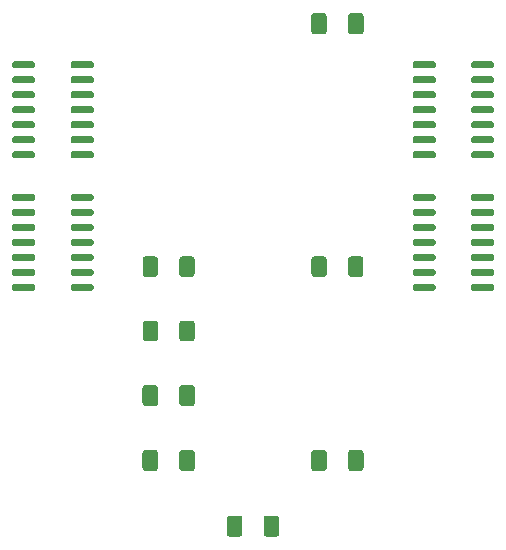
<source format=gbr>
%TF.GenerationSoftware,KiCad,Pcbnew,(5.1.7)-1*%
%TF.CreationDate,2021-11-02T09:12:16-05:00*%
%TF.ProjectId,Wisconsin Oscillator,57697363-6f6e-4736-996e-204f7363696c,rev?*%
%TF.SameCoordinates,Original*%
%TF.FileFunction,Paste,Top*%
%TF.FilePolarity,Positive*%
%FSLAX46Y46*%
G04 Gerber Fmt 4.6, Leading zero omitted, Abs format (unit mm)*
G04 Created by KiCad (PCBNEW (5.1.7)-1) date 2021-11-02 09:12:16*
%MOMM*%
%LPD*%
G01*
G04 APERTURE LIST*
G04 APERTURE END LIST*
%TO.C,U4*%
G36*
G01*
X191238000Y-81030000D02*
X191238000Y-80730000D01*
G75*
G02*
X191388000Y-80580000I150000J0D01*
G01*
X193038000Y-80580000D01*
G75*
G02*
X193188000Y-80730000I0J-150000D01*
G01*
X193188000Y-81030000D01*
G75*
G02*
X193038000Y-81180000I-150000J0D01*
G01*
X191388000Y-81180000D01*
G75*
G02*
X191238000Y-81030000I0J150000D01*
G01*
G37*
G36*
G01*
X191238000Y-82300000D02*
X191238000Y-82000000D01*
G75*
G02*
X191388000Y-81850000I150000J0D01*
G01*
X193038000Y-81850000D01*
G75*
G02*
X193188000Y-82000000I0J-150000D01*
G01*
X193188000Y-82300000D01*
G75*
G02*
X193038000Y-82450000I-150000J0D01*
G01*
X191388000Y-82450000D01*
G75*
G02*
X191238000Y-82300000I0J150000D01*
G01*
G37*
G36*
G01*
X191238000Y-83570000D02*
X191238000Y-83270000D01*
G75*
G02*
X191388000Y-83120000I150000J0D01*
G01*
X193038000Y-83120000D01*
G75*
G02*
X193188000Y-83270000I0J-150000D01*
G01*
X193188000Y-83570000D01*
G75*
G02*
X193038000Y-83720000I-150000J0D01*
G01*
X191388000Y-83720000D01*
G75*
G02*
X191238000Y-83570000I0J150000D01*
G01*
G37*
G36*
G01*
X191238000Y-84840000D02*
X191238000Y-84540000D01*
G75*
G02*
X191388000Y-84390000I150000J0D01*
G01*
X193038000Y-84390000D01*
G75*
G02*
X193188000Y-84540000I0J-150000D01*
G01*
X193188000Y-84840000D01*
G75*
G02*
X193038000Y-84990000I-150000J0D01*
G01*
X191388000Y-84990000D01*
G75*
G02*
X191238000Y-84840000I0J150000D01*
G01*
G37*
G36*
G01*
X191238000Y-86110000D02*
X191238000Y-85810000D01*
G75*
G02*
X191388000Y-85660000I150000J0D01*
G01*
X193038000Y-85660000D01*
G75*
G02*
X193188000Y-85810000I0J-150000D01*
G01*
X193188000Y-86110000D01*
G75*
G02*
X193038000Y-86260000I-150000J0D01*
G01*
X191388000Y-86260000D01*
G75*
G02*
X191238000Y-86110000I0J150000D01*
G01*
G37*
G36*
G01*
X191238000Y-87380000D02*
X191238000Y-87080000D01*
G75*
G02*
X191388000Y-86930000I150000J0D01*
G01*
X193038000Y-86930000D01*
G75*
G02*
X193188000Y-87080000I0J-150000D01*
G01*
X193188000Y-87380000D01*
G75*
G02*
X193038000Y-87530000I-150000J0D01*
G01*
X191388000Y-87530000D01*
G75*
G02*
X191238000Y-87380000I0J150000D01*
G01*
G37*
G36*
G01*
X191238000Y-88650000D02*
X191238000Y-88350000D01*
G75*
G02*
X191388000Y-88200000I150000J0D01*
G01*
X193038000Y-88200000D01*
G75*
G02*
X193188000Y-88350000I0J-150000D01*
G01*
X193188000Y-88650000D01*
G75*
G02*
X193038000Y-88800000I-150000J0D01*
G01*
X191388000Y-88800000D01*
G75*
G02*
X191238000Y-88650000I0J150000D01*
G01*
G37*
G36*
G01*
X186288000Y-88650000D02*
X186288000Y-88350000D01*
G75*
G02*
X186438000Y-88200000I150000J0D01*
G01*
X188088000Y-88200000D01*
G75*
G02*
X188238000Y-88350000I0J-150000D01*
G01*
X188238000Y-88650000D01*
G75*
G02*
X188088000Y-88800000I-150000J0D01*
G01*
X186438000Y-88800000D01*
G75*
G02*
X186288000Y-88650000I0J150000D01*
G01*
G37*
G36*
G01*
X186288000Y-87380000D02*
X186288000Y-87080000D01*
G75*
G02*
X186438000Y-86930000I150000J0D01*
G01*
X188088000Y-86930000D01*
G75*
G02*
X188238000Y-87080000I0J-150000D01*
G01*
X188238000Y-87380000D01*
G75*
G02*
X188088000Y-87530000I-150000J0D01*
G01*
X186438000Y-87530000D01*
G75*
G02*
X186288000Y-87380000I0J150000D01*
G01*
G37*
G36*
G01*
X186288000Y-86110000D02*
X186288000Y-85810000D01*
G75*
G02*
X186438000Y-85660000I150000J0D01*
G01*
X188088000Y-85660000D01*
G75*
G02*
X188238000Y-85810000I0J-150000D01*
G01*
X188238000Y-86110000D01*
G75*
G02*
X188088000Y-86260000I-150000J0D01*
G01*
X186438000Y-86260000D01*
G75*
G02*
X186288000Y-86110000I0J150000D01*
G01*
G37*
G36*
G01*
X186288000Y-84840000D02*
X186288000Y-84540000D01*
G75*
G02*
X186438000Y-84390000I150000J0D01*
G01*
X188088000Y-84390000D01*
G75*
G02*
X188238000Y-84540000I0J-150000D01*
G01*
X188238000Y-84840000D01*
G75*
G02*
X188088000Y-84990000I-150000J0D01*
G01*
X186438000Y-84990000D01*
G75*
G02*
X186288000Y-84840000I0J150000D01*
G01*
G37*
G36*
G01*
X186288000Y-83570000D02*
X186288000Y-83270000D01*
G75*
G02*
X186438000Y-83120000I150000J0D01*
G01*
X188088000Y-83120000D01*
G75*
G02*
X188238000Y-83270000I0J-150000D01*
G01*
X188238000Y-83570000D01*
G75*
G02*
X188088000Y-83720000I-150000J0D01*
G01*
X186438000Y-83720000D01*
G75*
G02*
X186288000Y-83570000I0J150000D01*
G01*
G37*
G36*
G01*
X186288000Y-82300000D02*
X186288000Y-82000000D01*
G75*
G02*
X186438000Y-81850000I150000J0D01*
G01*
X188088000Y-81850000D01*
G75*
G02*
X188238000Y-82000000I0J-150000D01*
G01*
X188238000Y-82300000D01*
G75*
G02*
X188088000Y-82450000I-150000J0D01*
G01*
X186438000Y-82450000D01*
G75*
G02*
X186288000Y-82300000I0J150000D01*
G01*
G37*
G36*
G01*
X186288000Y-81030000D02*
X186288000Y-80730000D01*
G75*
G02*
X186438000Y-80580000I150000J0D01*
G01*
X188088000Y-80580000D01*
G75*
G02*
X188238000Y-80730000I0J-150000D01*
G01*
X188238000Y-81030000D01*
G75*
G02*
X188088000Y-81180000I-150000J0D01*
G01*
X186438000Y-81180000D01*
G75*
G02*
X186288000Y-81030000I0J150000D01*
G01*
G37*
%TD*%
%TO.C,U3*%
G36*
G01*
X191238000Y-69804000D02*
X191238000Y-69504000D01*
G75*
G02*
X191388000Y-69354000I150000J0D01*
G01*
X193038000Y-69354000D01*
G75*
G02*
X193188000Y-69504000I0J-150000D01*
G01*
X193188000Y-69804000D01*
G75*
G02*
X193038000Y-69954000I-150000J0D01*
G01*
X191388000Y-69954000D01*
G75*
G02*
X191238000Y-69804000I0J150000D01*
G01*
G37*
G36*
G01*
X191238000Y-71074000D02*
X191238000Y-70774000D01*
G75*
G02*
X191388000Y-70624000I150000J0D01*
G01*
X193038000Y-70624000D01*
G75*
G02*
X193188000Y-70774000I0J-150000D01*
G01*
X193188000Y-71074000D01*
G75*
G02*
X193038000Y-71224000I-150000J0D01*
G01*
X191388000Y-71224000D01*
G75*
G02*
X191238000Y-71074000I0J150000D01*
G01*
G37*
G36*
G01*
X191238000Y-72344000D02*
X191238000Y-72044000D01*
G75*
G02*
X191388000Y-71894000I150000J0D01*
G01*
X193038000Y-71894000D01*
G75*
G02*
X193188000Y-72044000I0J-150000D01*
G01*
X193188000Y-72344000D01*
G75*
G02*
X193038000Y-72494000I-150000J0D01*
G01*
X191388000Y-72494000D01*
G75*
G02*
X191238000Y-72344000I0J150000D01*
G01*
G37*
G36*
G01*
X191238000Y-73614000D02*
X191238000Y-73314000D01*
G75*
G02*
X191388000Y-73164000I150000J0D01*
G01*
X193038000Y-73164000D01*
G75*
G02*
X193188000Y-73314000I0J-150000D01*
G01*
X193188000Y-73614000D01*
G75*
G02*
X193038000Y-73764000I-150000J0D01*
G01*
X191388000Y-73764000D01*
G75*
G02*
X191238000Y-73614000I0J150000D01*
G01*
G37*
G36*
G01*
X191238000Y-74884000D02*
X191238000Y-74584000D01*
G75*
G02*
X191388000Y-74434000I150000J0D01*
G01*
X193038000Y-74434000D01*
G75*
G02*
X193188000Y-74584000I0J-150000D01*
G01*
X193188000Y-74884000D01*
G75*
G02*
X193038000Y-75034000I-150000J0D01*
G01*
X191388000Y-75034000D01*
G75*
G02*
X191238000Y-74884000I0J150000D01*
G01*
G37*
G36*
G01*
X191238000Y-76154000D02*
X191238000Y-75854000D01*
G75*
G02*
X191388000Y-75704000I150000J0D01*
G01*
X193038000Y-75704000D01*
G75*
G02*
X193188000Y-75854000I0J-150000D01*
G01*
X193188000Y-76154000D01*
G75*
G02*
X193038000Y-76304000I-150000J0D01*
G01*
X191388000Y-76304000D01*
G75*
G02*
X191238000Y-76154000I0J150000D01*
G01*
G37*
G36*
G01*
X191238000Y-77424000D02*
X191238000Y-77124000D01*
G75*
G02*
X191388000Y-76974000I150000J0D01*
G01*
X193038000Y-76974000D01*
G75*
G02*
X193188000Y-77124000I0J-150000D01*
G01*
X193188000Y-77424000D01*
G75*
G02*
X193038000Y-77574000I-150000J0D01*
G01*
X191388000Y-77574000D01*
G75*
G02*
X191238000Y-77424000I0J150000D01*
G01*
G37*
G36*
G01*
X186288000Y-77424000D02*
X186288000Y-77124000D01*
G75*
G02*
X186438000Y-76974000I150000J0D01*
G01*
X188088000Y-76974000D01*
G75*
G02*
X188238000Y-77124000I0J-150000D01*
G01*
X188238000Y-77424000D01*
G75*
G02*
X188088000Y-77574000I-150000J0D01*
G01*
X186438000Y-77574000D01*
G75*
G02*
X186288000Y-77424000I0J150000D01*
G01*
G37*
G36*
G01*
X186288000Y-76154000D02*
X186288000Y-75854000D01*
G75*
G02*
X186438000Y-75704000I150000J0D01*
G01*
X188088000Y-75704000D01*
G75*
G02*
X188238000Y-75854000I0J-150000D01*
G01*
X188238000Y-76154000D01*
G75*
G02*
X188088000Y-76304000I-150000J0D01*
G01*
X186438000Y-76304000D01*
G75*
G02*
X186288000Y-76154000I0J150000D01*
G01*
G37*
G36*
G01*
X186288000Y-74884000D02*
X186288000Y-74584000D01*
G75*
G02*
X186438000Y-74434000I150000J0D01*
G01*
X188088000Y-74434000D01*
G75*
G02*
X188238000Y-74584000I0J-150000D01*
G01*
X188238000Y-74884000D01*
G75*
G02*
X188088000Y-75034000I-150000J0D01*
G01*
X186438000Y-75034000D01*
G75*
G02*
X186288000Y-74884000I0J150000D01*
G01*
G37*
G36*
G01*
X186288000Y-73614000D02*
X186288000Y-73314000D01*
G75*
G02*
X186438000Y-73164000I150000J0D01*
G01*
X188088000Y-73164000D01*
G75*
G02*
X188238000Y-73314000I0J-150000D01*
G01*
X188238000Y-73614000D01*
G75*
G02*
X188088000Y-73764000I-150000J0D01*
G01*
X186438000Y-73764000D01*
G75*
G02*
X186288000Y-73614000I0J150000D01*
G01*
G37*
G36*
G01*
X186288000Y-72344000D02*
X186288000Y-72044000D01*
G75*
G02*
X186438000Y-71894000I150000J0D01*
G01*
X188088000Y-71894000D01*
G75*
G02*
X188238000Y-72044000I0J-150000D01*
G01*
X188238000Y-72344000D01*
G75*
G02*
X188088000Y-72494000I-150000J0D01*
G01*
X186438000Y-72494000D01*
G75*
G02*
X186288000Y-72344000I0J150000D01*
G01*
G37*
G36*
G01*
X186288000Y-71074000D02*
X186288000Y-70774000D01*
G75*
G02*
X186438000Y-70624000I150000J0D01*
G01*
X188088000Y-70624000D01*
G75*
G02*
X188238000Y-70774000I0J-150000D01*
G01*
X188238000Y-71074000D01*
G75*
G02*
X188088000Y-71224000I-150000J0D01*
G01*
X186438000Y-71224000D01*
G75*
G02*
X186288000Y-71074000I0J150000D01*
G01*
G37*
G36*
G01*
X186288000Y-69804000D02*
X186288000Y-69504000D01*
G75*
G02*
X186438000Y-69354000I150000J0D01*
G01*
X188088000Y-69354000D01*
G75*
G02*
X188238000Y-69504000I0J-150000D01*
G01*
X188238000Y-69804000D01*
G75*
G02*
X188088000Y-69954000I-150000J0D01*
G01*
X186438000Y-69954000D01*
G75*
G02*
X186288000Y-69804000I0J150000D01*
G01*
G37*
%TD*%
%TO.C,U2*%
G36*
G01*
X157323000Y-81030000D02*
X157323000Y-80730000D01*
G75*
G02*
X157473000Y-80580000I150000J0D01*
G01*
X159123000Y-80580000D01*
G75*
G02*
X159273000Y-80730000I0J-150000D01*
G01*
X159273000Y-81030000D01*
G75*
G02*
X159123000Y-81180000I-150000J0D01*
G01*
X157473000Y-81180000D01*
G75*
G02*
X157323000Y-81030000I0J150000D01*
G01*
G37*
G36*
G01*
X157323000Y-82300000D02*
X157323000Y-82000000D01*
G75*
G02*
X157473000Y-81850000I150000J0D01*
G01*
X159123000Y-81850000D01*
G75*
G02*
X159273000Y-82000000I0J-150000D01*
G01*
X159273000Y-82300000D01*
G75*
G02*
X159123000Y-82450000I-150000J0D01*
G01*
X157473000Y-82450000D01*
G75*
G02*
X157323000Y-82300000I0J150000D01*
G01*
G37*
G36*
G01*
X157323000Y-83570000D02*
X157323000Y-83270000D01*
G75*
G02*
X157473000Y-83120000I150000J0D01*
G01*
X159123000Y-83120000D01*
G75*
G02*
X159273000Y-83270000I0J-150000D01*
G01*
X159273000Y-83570000D01*
G75*
G02*
X159123000Y-83720000I-150000J0D01*
G01*
X157473000Y-83720000D01*
G75*
G02*
X157323000Y-83570000I0J150000D01*
G01*
G37*
G36*
G01*
X157323000Y-84840000D02*
X157323000Y-84540000D01*
G75*
G02*
X157473000Y-84390000I150000J0D01*
G01*
X159123000Y-84390000D01*
G75*
G02*
X159273000Y-84540000I0J-150000D01*
G01*
X159273000Y-84840000D01*
G75*
G02*
X159123000Y-84990000I-150000J0D01*
G01*
X157473000Y-84990000D01*
G75*
G02*
X157323000Y-84840000I0J150000D01*
G01*
G37*
G36*
G01*
X157323000Y-86110000D02*
X157323000Y-85810000D01*
G75*
G02*
X157473000Y-85660000I150000J0D01*
G01*
X159123000Y-85660000D01*
G75*
G02*
X159273000Y-85810000I0J-150000D01*
G01*
X159273000Y-86110000D01*
G75*
G02*
X159123000Y-86260000I-150000J0D01*
G01*
X157473000Y-86260000D01*
G75*
G02*
X157323000Y-86110000I0J150000D01*
G01*
G37*
G36*
G01*
X157323000Y-87380000D02*
X157323000Y-87080000D01*
G75*
G02*
X157473000Y-86930000I150000J0D01*
G01*
X159123000Y-86930000D01*
G75*
G02*
X159273000Y-87080000I0J-150000D01*
G01*
X159273000Y-87380000D01*
G75*
G02*
X159123000Y-87530000I-150000J0D01*
G01*
X157473000Y-87530000D01*
G75*
G02*
X157323000Y-87380000I0J150000D01*
G01*
G37*
G36*
G01*
X157323000Y-88650000D02*
X157323000Y-88350000D01*
G75*
G02*
X157473000Y-88200000I150000J0D01*
G01*
X159123000Y-88200000D01*
G75*
G02*
X159273000Y-88350000I0J-150000D01*
G01*
X159273000Y-88650000D01*
G75*
G02*
X159123000Y-88800000I-150000J0D01*
G01*
X157473000Y-88800000D01*
G75*
G02*
X157323000Y-88650000I0J150000D01*
G01*
G37*
G36*
G01*
X152373000Y-88650000D02*
X152373000Y-88350000D01*
G75*
G02*
X152523000Y-88200000I150000J0D01*
G01*
X154173000Y-88200000D01*
G75*
G02*
X154323000Y-88350000I0J-150000D01*
G01*
X154323000Y-88650000D01*
G75*
G02*
X154173000Y-88800000I-150000J0D01*
G01*
X152523000Y-88800000D01*
G75*
G02*
X152373000Y-88650000I0J150000D01*
G01*
G37*
G36*
G01*
X152373000Y-87380000D02*
X152373000Y-87080000D01*
G75*
G02*
X152523000Y-86930000I150000J0D01*
G01*
X154173000Y-86930000D01*
G75*
G02*
X154323000Y-87080000I0J-150000D01*
G01*
X154323000Y-87380000D01*
G75*
G02*
X154173000Y-87530000I-150000J0D01*
G01*
X152523000Y-87530000D01*
G75*
G02*
X152373000Y-87380000I0J150000D01*
G01*
G37*
G36*
G01*
X152373000Y-86110000D02*
X152373000Y-85810000D01*
G75*
G02*
X152523000Y-85660000I150000J0D01*
G01*
X154173000Y-85660000D01*
G75*
G02*
X154323000Y-85810000I0J-150000D01*
G01*
X154323000Y-86110000D01*
G75*
G02*
X154173000Y-86260000I-150000J0D01*
G01*
X152523000Y-86260000D01*
G75*
G02*
X152373000Y-86110000I0J150000D01*
G01*
G37*
G36*
G01*
X152373000Y-84840000D02*
X152373000Y-84540000D01*
G75*
G02*
X152523000Y-84390000I150000J0D01*
G01*
X154173000Y-84390000D01*
G75*
G02*
X154323000Y-84540000I0J-150000D01*
G01*
X154323000Y-84840000D01*
G75*
G02*
X154173000Y-84990000I-150000J0D01*
G01*
X152523000Y-84990000D01*
G75*
G02*
X152373000Y-84840000I0J150000D01*
G01*
G37*
G36*
G01*
X152373000Y-83570000D02*
X152373000Y-83270000D01*
G75*
G02*
X152523000Y-83120000I150000J0D01*
G01*
X154173000Y-83120000D01*
G75*
G02*
X154323000Y-83270000I0J-150000D01*
G01*
X154323000Y-83570000D01*
G75*
G02*
X154173000Y-83720000I-150000J0D01*
G01*
X152523000Y-83720000D01*
G75*
G02*
X152373000Y-83570000I0J150000D01*
G01*
G37*
G36*
G01*
X152373000Y-82300000D02*
X152373000Y-82000000D01*
G75*
G02*
X152523000Y-81850000I150000J0D01*
G01*
X154173000Y-81850000D01*
G75*
G02*
X154323000Y-82000000I0J-150000D01*
G01*
X154323000Y-82300000D01*
G75*
G02*
X154173000Y-82450000I-150000J0D01*
G01*
X152523000Y-82450000D01*
G75*
G02*
X152373000Y-82300000I0J150000D01*
G01*
G37*
G36*
G01*
X152373000Y-81030000D02*
X152373000Y-80730000D01*
G75*
G02*
X152523000Y-80580000I150000J0D01*
G01*
X154173000Y-80580000D01*
G75*
G02*
X154323000Y-80730000I0J-150000D01*
G01*
X154323000Y-81030000D01*
G75*
G02*
X154173000Y-81180000I-150000J0D01*
G01*
X152523000Y-81180000D01*
G75*
G02*
X152373000Y-81030000I0J150000D01*
G01*
G37*
%TD*%
%TO.C,U1*%
G36*
G01*
X157323000Y-69804000D02*
X157323000Y-69504000D01*
G75*
G02*
X157473000Y-69354000I150000J0D01*
G01*
X159123000Y-69354000D01*
G75*
G02*
X159273000Y-69504000I0J-150000D01*
G01*
X159273000Y-69804000D01*
G75*
G02*
X159123000Y-69954000I-150000J0D01*
G01*
X157473000Y-69954000D01*
G75*
G02*
X157323000Y-69804000I0J150000D01*
G01*
G37*
G36*
G01*
X157323000Y-71074000D02*
X157323000Y-70774000D01*
G75*
G02*
X157473000Y-70624000I150000J0D01*
G01*
X159123000Y-70624000D01*
G75*
G02*
X159273000Y-70774000I0J-150000D01*
G01*
X159273000Y-71074000D01*
G75*
G02*
X159123000Y-71224000I-150000J0D01*
G01*
X157473000Y-71224000D01*
G75*
G02*
X157323000Y-71074000I0J150000D01*
G01*
G37*
G36*
G01*
X157323000Y-72344000D02*
X157323000Y-72044000D01*
G75*
G02*
X157473000Y-71894000I150000J0D01*
G01*
X159123000Y-71894000D01*
G75*
G02*
X159273000Y-72044000I0J-150000D01*
G01*
X159273000Y-72344000D01*
G75*
G02*
X159123000Y-72494000I-150000J0D01*
G01*
X157473000Y-72494000D01*
G75*
G02*
X157323000Y-72344000I0J150000D01*
G01*
G37*
G36*
G01*
X157323000Y-73614000D02*
X157323000Y-73314000D01*
G75*
G02*
X157473000Y-73164000I150000J0D01*
G01*
X159123000Y-73164000D01*
G75*
G02*
X159273000Y-73314000I0J-150000D01*
G01*
X159273000Y-73614000D01*
G75*
G02*
X159123000Y-73764000I-150000J0D01*
G01*
X157473000Y-73764000D01*
G75*
G02*
X157323000Y-73614000I0J150000D01*
G01*
G37*
G36*
G01*
X157323000Y-74884000D02*
X157323000Y-74584000D01*
G75*
G02*
X157473000Y-74434000I150000J0D01*
G01*
X159123000Y-74434000D01*
G75*
G02*
X159273000Y-74584000I0J-150000D01*
G01*
X159273000Y-74884000D01*
G75*
G02*
X159123000Y-75034000I-150000J0D01*
G01*
X157473000Y-75034000D01*
G75*
G02*
X157323000Y-74884000I0J150000D01*
G01*
G37*
G36*
G01*
X157323000Y-76154000D02*
X157323000Y-75854000D01*
G75*
G02*
X157473000Y-75704000I150000J0D01*
G01*
X159123000Y-75704000D01*
G75*
G02*
X159273000Y-75854000I0J-150000D01*
G01*
X159273000Y-76154000D01*
G75*
G02*
X159123000Y-76304000I-150000J0D01*
G01*
X157473000Y-76304000D01*
G75*
G02*
X157323000Y-76154000I0J150000D01*
G01*
G37*
G36*
G01*
X157323000Y-77424000D02*
X157323000Y-77124000D01*
G75*
G02*
X157473000Y-76974000I150000J0D01*
G01*
X159123000Y-76974000D01*
G75*
G02*
X159273000Y-77124000I0J-150000D01*
G01*
X159273000Y-77424000D01*
G75*
G02*
X159123000Y-77574000I-150000J0D01*
G01*
X157473000Y-77574000D01*
G75*
G02*
X157323000Y-77424000I0J150000D01*
G01*
G37*
G36*
G01*
X152373000Y-77424000D02*
X152373000Y-77124000D01*
G75*
G02*
X152523000Y-76974000I150000J0D01*
G01*
X154173000Y-76974000D01*
G75*
G02*
X154323000Y-77124000I0J-150000D01*
G01*
X154323000Y-77424000D01*
G75*
G02*
X154173000Y-77574000I-150000J0D01*
G01*
X152523000Y-77574000D01*
G75*
G02*
X152373000Y-77424000I0J150000D01*
G01*
G37*
G36*
G01*
X152373000Y-76154000D02*
X152373000Y-75854000D01*
G75*
G02*
X152523000Y-75704000I150000J0D01*
G01*
X154173000Y-75704000D01*
G75*
G02*
X154323000Y-75854000I0J-150000D01*
G01*
X154323000Y-76154000D01*
G75*
G02*
X154173000Y-76304000I-150000J0D01*
G01*
X152523000Y-76304000D01*
G75*
G02*
X152373000Y-76154000I0J150000D01*
G01*
G37*
G36*
G01*
X152373000Y-74884000D02*
X152373000Y-74584000D01*
G75*
G02*
X152523000Y-74434000I150000J0D01*
G01*
X154173000Y-74434000D01*
G75*
G02*
X154323000Y-74584000I0J-150000D01*
G01*
X154323000Y-74884000D01*
G75*
G02*
X154173000Y-75034000I-150000J0D01*
G01*
X152523000Y-75034000D01*
G75*
G02*
X152373000Y-74884000I0J150000D01*
G01*
G37*
G36*
G01*
X152373000Y-73614000D02*
X152373000Y-73314000D01*
G75*
G02*
X152523000Y-73164000I150000J0D01*
G01*
X154173000Y-73164000D01*
G75*
G02*
X154323000Y-73314000I0J-150000D01*
G01*
X154323000Y-73614000D01*
G75*
G02*
X154173000Y-73764000I-150000J0D01*
G01*
X152523000Y-73764000D01*
G75*
G02*
X152373000Y-73614000I0J150000D01*
G01*
G37*
G36*
G01*
X152373000Y-72344000D02*
X152373000Y-72044000D01*
G75*
G02*
X152523000Y-71894000I150000J0D01*
G01*
X154173000Y-71894000D01*
G75*
G02*
X154323000Y-72044000I0J-150000D01*
G01*
X154323000Y-72344000D01*
G75*
G02*
X154173000Y-72494000I-150000J0D01*
G01*
X152523000Y-72494000D01*
G75*
G02*
X152373000Y-72344000I0J150000D01*
G01*
G37*
G36*
G01*
X152373000Y-71074000D02*
X152373000Y-70774000D01*
G75*
G02*
X152523000Y-70624000I150000J0D01*
G01*
X154173000Y-70624000D01*
G75*
G02*
X154323000Y-70774000I0J-150000D01*
G01*
X154323000Y-71074000D01*
G75*
G02*
X154173000Y-71224000I-150000J0D01*
G01*
X152523000Y-71224000D01*
G75*
G02*
X152373000Y-71074000I0J150000D01*
G01*
G37*
G36*
G01*
X152373000Y-69804000D02*
X152373000Y-69504000D01*
G75*
G02*
X152523000Y-69354000I150000J0D01*
G01*
X154173000Y-69354000D01*
G75*
G02*
X154323000Y-69504000I0J-150000D01*
G01*
X154323000Y-69804000D01*
G75*
G02*
X154173000Y-69954000I-150000J0D01*
G01*
X152523000Y-69954000D01*
G75*
G02*
X152373000Y-69804000I0J150000D01*
G01*
G37*
%TD*%
%TO.C,C5*%
G36*
G01*
X180813280Y-103799403D02*
X180813280Y-102499397D01*
G75*
G02*
X181063277Y-102249400I249997J0D01*
G01*
X181888283Y-102249400D01*
G75*
G02*
X182138280Y-102499397I0J-249997D01*
G01*
X182138280Y-103799403D01*
G75*
G02*
X181888283Y-104049400I-249997J0D01*
G01*
X181063277Y-104049400D01*
G75*
G02*
X180813280Y-103799403I0J249997D01*
G01*
G37*
G36*
G01*
X177688280Y-103799403D02*
X177688280Y-102499397D01*
G75*
G02*
X177938277Y-102249400I249997J0D01*
G01*
X178763283Y-102249400D01*
G75*
G02*
X179013280Y-102499397I0J-249997D01*
G01*
X179013280Y-103799403D01*
G75*
G02*
X178763283Y-104049400I-249997J0D01*
G01*
X177938277Y-104049400D01*
G75*
G02*
X177688280Y-103799403I0J249997D01*
G01*
G37*
%TD*%
%TO.C,C2*%
G36*
G01*
X166533400Y-98299935D02*
X166533400Y-96999929D01*
G75*
G02*
X166783397Y-96749932I249997J0D01*
G01*
X167608403Y-96749932D01*
G75*
G02*
X167858400Y-96999929I0J-249997D01*
G01*
X167858400Y-98299935D01*
G75*
G02*
X167608403Y-98549932I-249997J0D01*
G01*
X166783397Y-98549932D01*
G75*
G02*
X166533400Y-98299935I0J249997D01*
G01*
G37*
G36*
G01*
X163408400Y-98299935D02*
X163408400Y-96999929D01*
G75*
G02*
X163658397Y-96749932I249997J0D01*
G01*
X164483403Y-96749932D01*
G75*
G02*
X164733400Y-96999929I0J-249997D01*
G01*
X164733400Y-98299935D01*
G75*
G02*
X164483403Y-98549932I-249997J0D01*
G01*
X163658397Y-98549932D01*
G75*
G02*
X163408400Y-98299935I0J249997D01*
G01*
G37*
%TD*%
%TO.C,R2*%
G36*
G01*
X164733400Y-86115999D02*
X164733400Y-87366001D01*
G75*
G02*
X164483401Y-87616000I-249999J0D01*
G01*
X163683399Y-87616000D01*
G75*
G02*
X163433400Y-87366001I0J249999D01*
G01*
X163433400Y-86115999D01*
G75*
G02*
X163683399Y-85866000I249999J0D01*
G01*
X164483401Y-85866000D01*
G75*
G02*
X164733400Y-86115999I0J-249999D01*
G01*
G37*
G36*
G01*
X167833400Y-86115999D02*
X167833400Y-87366001D01*
G75*
G02*
X167583401Y-87616000I-249999J0D01*
G01*
X166783399Y-87616000D01*
G75*
G02*
X166533400Y-87366001I0J249999D01*
G01*
X166533400Y-86115999D01*
G75*
G02*
X166783399Y-85866000I249999J0D01*
G01*
X167583401Y-85866000D01*
G75*
G02*
X167833400Y-86115999I0J-249999D01*
G01*
G37*
%TD*%
%TO.C,R3*%
G36*
G01*
X180813280Y-87366001D02*
X180813280Y-86115999D01*
G75*
G02*
X181063279Y-85866000I249999J0D01*
G01*
X181863281Y-85866000D01*
G75*
G02*
X182113280Y-86115999I0J-249999D01*
G01*
X182113280Y-87366001D01*
G75*
G02*
X181863281Y-87616000I-249999J0D01*
G01*
X181063279Y-87616000D01*
G75*
G02*
X180813280Y-87366001I0J249999D01*
G01*
G37*
G36*
G01*
X177713280Y-87366001D02*
X177713280Y-86115999D01*
G75*
G02*
X177963279Y-85866000I249999J0D01*
G01*
X178763281Y-85866000D01*
G75*
G02*
X179013280Y-86115999I0J-249999D01*
G01*
X179013280Y-87366001D01*
G75*
G02*
X178763281Y-87616000I-249999J0D01*
G01*
X177963279Y-87616000D01*
G75*
G02*
X177713280Y-87366001I0J249999D01*
G01*
G37*
%TD*%
%TO.C,R1*%
G36*
G01*
X167833400Y-91555465D02*
X167833400Y-92805467D01*
G75*
G02*
X167583401Y-93055466I-249999J0D01*
G01*
X166783399Y-93055466D01*
G75*
G02*
X166533400Y-92805467I0J249999D01*
G01*
X166533400Y-91555465D01*
G75*
G02*
X166783399Y-91305466I249999J0D01*
G01*
X167583401Y-91305466D01*
G75*
G02*
X167833400Y-91555465I0J-249999D01*
G01*
G37*
G36*
G01*
X164733400Y-91555465D02*
X164733400Y-92805467D01*
G75*
G02*
X164483401Y-93055466I-249999J0D01*
G01*
X163683399Y-93055466D01*
G75*
G02*
X163433400Y-92805467I0J249999D01*
G01*
X163433400Y-91555465D01*
G75*
G02*
X163683399Y-91305466I249999J0D01*
G01*
X164483401Y-91305466D01*
G75*
G02*
X164733400Y-91555465I0J-249999D01*
G01*
G37*
%TD*%
%TO.C,C7*%
G36*
G01*
X179013280Y-65516997D02*
X179013280Y-66817003D01*
G75*
G02*
X178763283Y-67067000I-249997J0D01*
G01*
X177938277Y-67067000D01*
G75*
G02*
X177688280Y-66817003I0J249997D01*
G01*
X177688280Y-65516997D01*
G75*
G02*
X177938277Y-65267000I249997J0D01*
G01*
X178763283Y-65267000D01*
G75*
G02*
X179013280Y-65516997I0J-249997D01*
G01*
G37*
G36*
G01*
X182138280Y-65516997D02*
X182138280Y-66817003D01*
G75*
G02*
X181888283Y-67067000I-249997J0D01*
G01*
X181063277Y-67067000D01*
G75*
G02*
X180813280Y-66817003I0J249997D01*
G01*
X180813280Y-65516997D01*
G75*
G02*
X181063277Y-65267000I249997J0D01*
G01*
X181888283Y-65267000D01*
G75*
G02*
X182138280Y-65516997I0J-249997D01*
G01*
G37*
%TD*%
%TO.C,C4*%
G36*
G01*
X166533400Y-103799403D02*
X166533400Y-102499397D01*
G75*
G02*
X166783397Y-102249400I249997J0D01*
G01*
X167608403Y-102249400D01*
G75*
G02*
X167858400Y-102499397I0J-249997D01*
G01*
X167858400Y-103799403D01*
G75*
G02*
X167608403Y-104049400I-249997J0D01*
G01*
X166783397Y-104049400D01*
G75*
G02*
X166533400Y-103799403I0J249997D01*
G01*
G37*
G36*
G01*
X163408400Y-103799403D02*
X163408400Y-102499397D01*
G75*
G02*
X163658397Y-102249400I249997J0D01*
G01*
X164483403Y-102249400D01*
G75*
G02*
X164733400Y-102499397I0J-249997D01*
G01*
X164733400Y-103799403D01*
G75*
G02*
X164483403Y-104049400I-249997J0D01*
G01*
X163658397Y-104049400D01*
G75*
G02*
X163408400Y-103799403I0J249997D01*
G01*
G37*
%TD*%
%TO.C,C1*%
G36*
G01*
X173673340Y-109367083D02*
X173673340Y-108067077D01*
G75*
G02*
X173923337Y-107817080I249997J0D01*
G01*
X174748343Y-107817080D01*
G75*
G02*
X174998340Y-108067077I0J-249997D01*
G01*
X174998340Y-109367083D01*
G75*
G02*
X174748343Y-109617080I-249997J0D01*
G01*
X173923337Y-109617080D01*
G75*
G02*
X173673340Y-109367083I0J249997D01*
G01*
G37*
G36*
G01*
X170548340Y-109367083D02*
X170548340Y-108067077D01*
G75*
G02*
X170798337Y-107817080I249997J0D01*
G01*
X171623343Y-107817080D01*
G75*
G02*
X171873340Y-108067077I0J-249997D01*
G01*
X171873340Y-109367083D01*
G75*
G02*
X171623343Y-109617080I-249997J0D01*
G01*
X170798337Y-109617080D01*
G75*
G02*
X170548340Y-109367083I0J249997D01*
G01*
G37*
%TD*%
M02*

</source>
